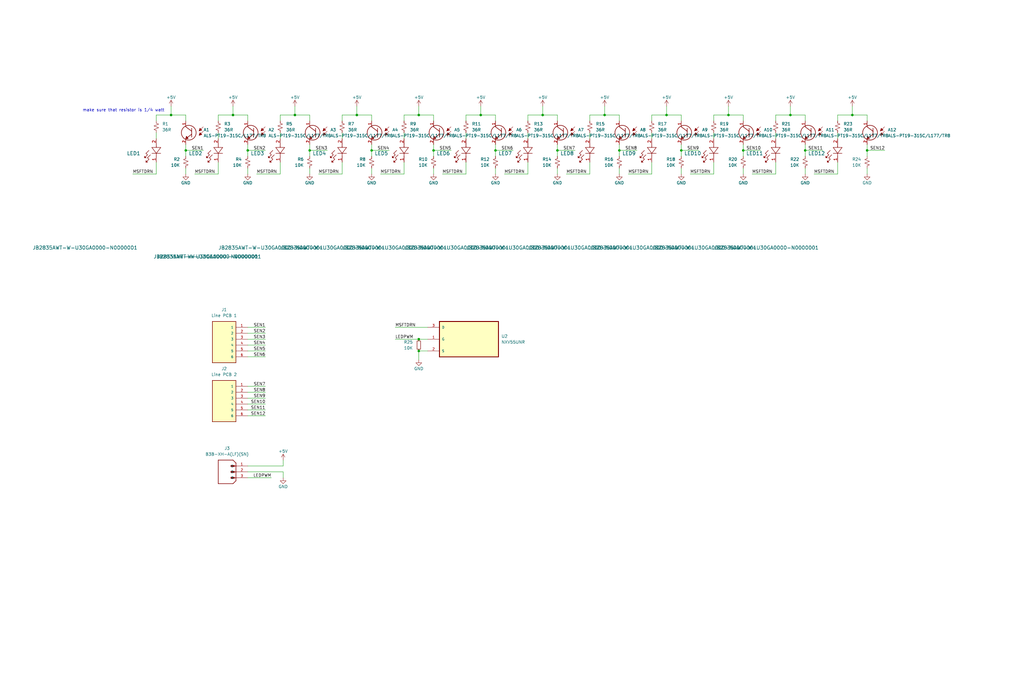
<source format=kicad_sch>
(kicad_sch (version 20211123) (generator eeschema)
  (paper "User" 440.944 294.919)
  (lib_symbols
    (symbol "ALS-PT19-315C_L177_TR8:ALS-PT19-315C{slash}L177{slash}TR8" (pin_names (offset 1.016))
      (property "Reference" "A" (at -10.1556 5.0822 0))
      (property "Value" "ALS-PT19-315C{slash}L177{slash}TR8" (at -10.1508 -7.62 0))
      (symbol "ALS-PT19-315C{slash}L177{slash}TR8_0_0"
        (polyline (pts (xy -4.953 0.635) (xy -3.175 -1.143)) (stroke (width 0.1524)))
        (polyline (pts (xy -4.953 2.54) (xy -3.175 0.762)) (stroke (width 0.1524)))
        (polyline (pts (xy -4.318 -0.762) (xy -3.556 0)) (stroke (width 0.1524)))
        (polyline (pts (xy -4.318 1.143) (xy -3.556 1.905)) (stroke (width 0.1524)))
        (polyline (pts (xy -3.556 0) (xy -3.175 -1.143)) (stroke (width 0.1524)))
        (polyline (pts (xy -3.556 1.905) (xy -3.175 0.762)) (stroke (width 0.1524)))
        (polyline (pts (xy -3.175 -1.143) (xy -4.318 -0.762)) (stroke (width 0.1524)))
        (polyline (pts (xy -3.175 0.762) (xy -4.318 1.143)) (stroke (width 0.1524)))
        (polyline (pts (xy 0 -0.635) (xy 0 -1.905)) (stroke (width 0.254)))
        (polyline (pts (xy 0 -0.635) (xy 2.54 -2.54)) (stroke (width 0.254)))
        (polyline (pts (xy 0 0.635) (xy 0 -0.635)) (stroke (width 0.254)))
        (polyline (pts (xy 0 0.635) (xy 2.54 2.54)) (stroke (width 0.254)))
        (polyline (pts (xy 0 1.905) (xy 0 0.635)) (stroke (width 0.254)))
        (polyline (pts (xy 2.286 -2.286) (xy 2.54 -2.54)) (stroke (width 0.1524)))
        (polyline (pts (xy -4.318 -0.762) (xy -3.175 -1.143) (xy -3.556 0) (xy -4.318 -0.762)) (stroke (width 0.1524)) (fill (type outline)))
        (polyline (pts (xy -4.318 1.143) (xy -3.175 0.762) (xy -3.556 1.905) (xy -4.318 1.143)) (stroke (width 0.1524)) (fill (type outline)))
        (polyline (pts (xy 2.54 -2.54) (xy 2.286 -1.524) (xy 1.524 -2.54) (xy 2.54 -2.54)) (stroke (width 0.254)) (fill (type outline)))
        (circle (center 1.27 0) (radius 3.175) (stroke (width 0.254)))
        (pin passive line (at 2.54 5.08 270) (length 2.54) (name "~") (number "1"))
        (pin passive line (at 2.54 -5.08 90) (length 2.54) (name "~") (number "2"))
      )
    )
    (symbol "B3B-XH-A_LF__SN_:B3B-XH-A(LF)(SN)" (pin_names (offset 1.016))
      (property "Reference" "J" (at 0 6.35 0))
      (property "Value" "B3B-XH-A(LF)(SN)" (at 0 -7.62 0))
      (symbol "B3B-XH-A(LF)(SN)_0_0"
        (polyline (pts (xy 0 -3.81) (xy 1.27 -5.08)) (stroke (width 0.254)))
        (polyline (pts (xy 0 -2.54) (xy 1.905 -2.54)) (stroke (width 0.254)))
        (polyline (pts (xy 0 0) (xy 1.905 0)) (stroke (width 0.254)))
        (polyline (pts (xy 0 2.54) (xy 0 -3.81)) (stroke (width 0.254)))
        (polyline (pts (xy 0 2.54) (xy 1.905 2.54)) (stroke (width 0.254)))
        (polyline (pts (xy 0 3.81) (xy 0 2.54)) (stroke (width 0.254)))
        (polyline (pts (xy 0 3.81) (xy 1.27 5.08)) (stroke (width 0.254)))
        (polyline (pts (xy 1.27 -5.08) (xy 7.62 -5.08)) (stroke (width 0.254)))
        (polyline (pts (xy 7.62 -5.08) (xy 7.62 5.08)) (stroke (width 0.254)))
        (polyline (pts (xy 7.62 5.08) (xy 1.27 5.08)) (stroke (width 0.254)))
        (rectangle (start 0.635 -2.8575) (end 2.2225 -2.2225) (stroke (width 0.1)) (fill (type outline)))
        (rectangle (start 0.635 -0.3175) (end 2.2225 0.3175) (stroke (width 0.1)) (fill (type outline)))
        (rectangle (start 0.635 2.2225) (end 2.2225 2.8575) (stroke (width 0.1)) (fill (type outline)))
        (pin passive line (at -5.08 2.54 0) (length 5.08) (name "1") (number "1"))
        (pin passive line (at -5.08 0 0) (length 5.08) (name "2") (number "2"))
        (pin passive line (at -5.08 -2.54 0) (length 5.08) (name "3") (number "3"))
      )
    )
    (symbol "Box IDC header 2x3:2-1761679-1" (pin_names (offset 1.016))
      (property "Reference" "J" (at -5.58 10.16 0))
      (property "Value" "2-1761679-1" (at -5.08 -10.16 0))
      (symbol "2-1761679-1_0_0"
        (rectangle (start -5.08 -7.62) (end 5.08 10.16) (stroke (width 0.254)) (fill (type background)))
        (pin passive line (at -10.16 7.62 0) (length 5.08) (name "1") (number "1"))
        (pin passive line (at -10.16 5.08 0) (length 5.08) (name "2") (number "2"))
        (pin passive line (at -10.16 2.54 0) (length 5.08) (name "3") (number "3"))
        (pin passive line (at -10.16 0 0) (length 5.08) (name "4") (number "4"))
        (pin passive line (at -10.16 -2.54 0) (length 5.08) (name "5") (number "5"))
        (pin passive line (at -10.16 -5.08 0) (length 5.08) (name "6") (number "6"))
      )
    )
    (symbol "Device:R_Small" (pin_numbers hide) (pin_names (offset 0.254) hide)
      (property "Reference" "R" (at 0.762 0.508 0))
      (property "Value" "R_Small" (at 0.762 -1.016 0))
      (symbol "R_Small_0_1"
        (rectangle (start -0.762 1.778) (end 0.762 -1.778) (stroke (width 0.2032)))
      )
      (symbol "R_Small_1_1"
        (pin passive line (at 0 2.54 270) (length 0.762) (name "~") (number "1"))
        (pin passive line (at 0 -2.54 90) (length 0.762) (name "~") (number "2"))
      )
    )
    (symbol "Device:R_Small_US" (pin_numbers hide) (pin_names (offset 0.254) hide)
      (property "Reference" "R" (at 0.762 0.508 0))
      (property "Value" "R_Small_US" (at 0.762 -1.016 0))
      (symbol "R_Small_US_1_1"
        (polyline (pts (xy 0 0) (xy 1.016 -0.381) (xy 0 -0.762) (xy -1.016 -1.143) (xy 0 -1.524)))
        (polyline (pts (xy 0 1.524) (xy 1.016 1.143) (xy 0 0.762) (xy -1.016 0.381) (xy 0 0)))
        (pin passive line (at 0 2.54 270) (length 1.016) (name "~") (number "1"))
        (pin passive line (at 0 -2.54 90) (length 1.016) (name "~") (number "2"))
      )
    )
    (symbol "JB2835AWT-W-U30GA0000-N0000001:JB2835AWT-W-U30GA0000-N0000001" (pin_names (offset 0.254))
      (property "Reference" "LED" (at 5.08 -4.445 0))
      (property "Value" "JB2835AWT-W-U30GA0000-N0000001" (at 5.08 -7.62 0))
      (symbol "JB2835AWT-W-U30GA0000-N0000001_1_1"
        (polyline (pts (xy 2.54 0) (xy 3.4798 0)) (stroke (width 0.2032)))
        (polyline (pts (xy 3.175 0) (xy 3.81 0)) (stroke (width 0.2032)))
        (polyline (pts (xy 3.81 -1.905) (xy 6.35 0)) (stroke (width 0.2032)))
        (polyline (pts (xy 3.81 1.905) (xy 3.81 -1.905)) (stroke (width 0.2032)))
        (polyline (pts (xy 5.08 3.175) (xy 6.35 4.445)) (stroke (width 0.2032)))
        (polyline (pts (xy 6.35 -1.905) (xy 6.35 1.905)) (stroke (width 0.2032)))
        (polyline (pts (xy 6.35 0) (xy 3.81 1.905)) (stroke (width 0.2032)))
        (polyline (pts (xy 6.35 0) (xy 7.62 0)) (stroke (width 0.2032)))
        (polyline (pts (xy 6.35 4.445) (xy 6.985 3.81)) (stroke (width 0.2032)))
        (polyline (pts (xy 6.985 2.54) (xy 8.255 3.81)) (stroke (width 0.2032)))
        (polyline (pts (xy 6.985 3.81) (xy 8.255 5.08)) (stroke (width 0.2032)))
        (polyline (pts (xy 7.62 5.08) (xy 8.255 4.445)) (stroke (width 0.2032)))
        (polyline (pts (xy 8.255 3.81) (xy 8.89 3.175)) (stroke (width 0.2032)))
        (polyline (pts (xy 8.255 4.445) (xy 8.255 5.08)) (stroke (width 0.2032)))
        (polyline (pts (xy 8.255 5.08) (xy 7.62 5.08)) (stroke (width 0.2032)))
        (polyline (pts (xy 8.89 3.175) (xy 10.16 4.445)) (stroke (width 0.2032)))
        (polyline (pts (xy 9.525 4.445) (xy 10.16 3.81)) (stroke (width 0.2032)))
        (polyline (pts (xy 10.16 3.81) (xy 10.16 4.445)) (stroke (width 0.2032)))
        (polyline (pts (xy 10.16 4.445) (xy 9.525 4.445)) (stroke (width 0.2032)))
        (pin unspecified line (at 10.16 0 180) (length 2.54) (name "") (number "1"))
        (pin unspecified line (at 0 0 0) (length 2.54) (name "") (number "2"))
      )
      (symbol "JB2835AWT-W-U30GA0000-N0000001_1_2"
        (polyline (pts (xy -5.08 7.62) (xy -4.445 8.255)) (stroke (width 0.2032)))
        (polyline (pts (xy -5.08 8.255) (xy -5.08 7.62)) (stroke (width 0.2032)))
        (polyline (pts (xy -4.445 6.35) (xy -3.81 6.985)) (stroke (width 0.2032)))
        (polyline (pts (xy -4.445 8.255) (xy -5.08 8.255)) (stroke (width 0.2032)))
        (polyline (pts (xy -4.445 9.525) (xy -3.81 10.16)) (stroke (width 0.2032)))
        (polyline (pts (xy -4.445 10.16) (xy -4.445 9.525)) (stroke (width 0.2032)))
        (polyline (pts (xy -3.81 6.985) (xy -5.08 8.255)) (stroke (width 0.2032)))
        (polyline (pts (xy -3.81 8.255) (xy -3.175 8.89)) (stroke (width 0.2032)))
        (polyline (pts (xy -3.81 10.16) (xy -4.445 10.16)) (stroke (width 0.2032)))
        (polyline (pts (xy -3.175 5.08) (xy -4.445 6.35)) (stroke (width 0.2032)))
        (polyline (pts (xy -3.175 8.89) (xy -4.445 10.16)) (stroke (width 0.2032)))
        (polyline (pts (xy -2.54 6.985) (xy -3.81 8.255)) (stroke (width 0.2032)))
        (polyline (pts (xy -1.905 3.81) (xy 1.905 3.81)) (stroke (width 0.2032)))
        (polyline (pts (xy 0 2.54) (xy 0 3.4798)) (stroke (width 0.2032)))
        (polyline (pts (xy 0 3.175) (xy 0 3.81)) (stroke (width 0.2032)))
        (polyline (pts (xy 0 6.35) (xy -1.905 3.81)) (stroke (width 0.2032)))
        (polyline (pts (xy 0 6.35) (xy 0 7.62)) (stroke (width 0.2032)))
        (polyline (pts (xy 1.905 3.81) (xy 0 6.35)) (stroke (width 0.2032)))
        (polyline (pts (xy 1.905 6.35) (xy -1.905 6.35)) (stroke (width 0.2032)))
        (pin unspecified line (at 0 10.16 270) (length 2.54) (name "") (number "1"))
        (pin unspecified line (at 0 0 90) (length 2.54) (name "") (number "2"))
      )
    )
    (symbol "NXV55UNR:NXV55UNR" (pin_names (offset 1.016))
      (property "Reference" "U" (at -12.7 8.62 0))
      (property "Value" "NXV55UNR" (at -12.7 -11.62 0))
      (symbol "NXV55UNR_0_0"
        (rectangle (start -12.7 -7.62) (end 12.7 7.62) (stroke (width 0.41)) (fill (type background)))
        (pin bidirectional line (at -17.78 0 0) (length 5.08) (name "G") (number "1"))
        (pin bidirectional line (at -17.78 -5.08 0) (length 5.08) (name "S") (number "2"))
        (pin bidirectional line (at -17.78 5.08 0) (length 5.08) (name "D") (number "3"))
      )
    )
    (symbol "power:+5V" (power) (pin_names (offset 0))
      (property "Value" "+5V" (at 0 3.556 0))
      (symbol "+5V_0_1"
        (polyline (pts (xy -0.762 1.27) (xy 0 2.54)))
        (polyline (pts (xy 0 0) (xy 0 2.54)))
        (polyline (pts (xy 0 2.54) (xy 0.762 1.27)))
      )
      (symbol "+5V_1_1"
        (pin power_in line (at 0 0 90) (length 0) hide (name "+5V") (number "1"))
      )
    )
    (symbol "power:GND" (power) (pin_names (offset 0))
      (property "Value" "GND" (at 0 -3.81 0))
      (symbol "GND_0_1"
        (polyline (pts (xy 0 0) (xy 0 -1.27) (xy 1.27 -1.27) (xy 0 -2.54) (xy -1.27 -1.27) (xy 0 -1.27)))
      )
      (symbol "GND_1_1"
        (pin power_in line (at 0 0 270) (length 0) hide (name "GND") (number "1"))
      )
    )
  )
  (junction (at 106.68 64.77))
  (junction (at 313.69 49.53))
  (junction (at 127 49.53))
  (junction (at 160.02 64.77))
  (junction (at 73.66 49.53))
  (junction (at 80.01 64.77))
  (junction (at 373.38 64.77))
  (junction (at 180.34 49.53))
  (junction (at 207.01 49.53))
  (junction (at 180.34 151.13))
  (junction (at 213.36 64.77))
  (junction (at 133.35 64.77))
  (junction (at 266.7 64.77))
  (junction (at 346.71 64.77))
  (junction (at 260.35 49.53))
  (junction (at 233.68 49.53))
  (junction (at 287.02 49.53))
  (junction (at 100.33 49.53))
  (junction (at 320.04 64.77))
  (junction (at 180.34 146.05))
  (junction (at 293.37 64.77))
  (junction (at 186.69 64.77))
  (junction (at 367.03 49.53))
  (junction (at 240.03 64.77))
  (junction (at 153.67 49.53))
  (junction (at 340.36 49.53))
  (wire (pts (xy 373.38 64.77) (xy 373.38 67.31)))
  (wire (pts (xy 243.84 74.93) (xy 254 74.93)))
  (wire (pts (xy 240.03 52.07) (xy 240.03 49.53)))
  (wire (pts (xy 114.3 153.67) (xy 106.68 153.67)))
  (wire (pts (xy 121.92 198.12) (xy 121.92 200.66)))
  (wire (pts (xy 254 57.15) (xy 254 59.69)))
  (wire (pts (xy 293.37 64.77) (xy 300.99 64.77)))
  (wire (pts (xy 373.38 72.39) (xy 373.38 74.93)))
  (wire (pts (xy 180.34 146.05) (xy 184.15 146.05)))
  (wire (pts (xy 307.34 49.53) (xy 307.34 52.07)))
  (wire (pts (xy 293.37 62.23) (xy 293.37 64.77)))
  (wire (pts (xy 114.3 146.05) (xy 106.68 146.05)))
  (wire (pts (xy 334.01 69.85) (xy 334.01 74.93)))
  (wire (pts (xy 240.03 64.77) (xy 247.65 64.77)))
  (wire (pts (xy 213.36 52.07) (xy 213.36 49.53)))
  (wire (pts (xy 200.66 69.85) (xy 200.66 74.93)))
  (wire (pts (xy 280.67 57.15) (xy 280.67 59.69)))
  (wire (pts (xy 106.68 72.39) (xy 106.68 74.93)))
  (wire (pts (xy 346.71 72.39) (xy 346.71 74.93)))
  (wire (pts (xy 340.36 45.72) (xy 340.36 49.53)))
  (wire (pts (xy 80.01 52.07) (xy 80.01 49.53)))
  (wire (pts (xy 346.71 62.23) (xy 346.71 64.77)))
  (wire (pts (xy 133.35 49.53) (xy 127 49.53)))
  (wire (pts (xy 287.02 49.53) (xy 280.67 49.53)))
  (wire (pts (xy 147.32 49.53) (xy 147.32 52.07)))
  (wire (pts (xy 173.99 49.53) (xy 173.99 52.07)))
  (wire (pts (xy 270.51 74.93) (xy 280.67 74.93)))
  (wire (pts (xy 121.92 203.2) (xy 121.92 205.74)))
  (wire (pts (xy 213.36 64.77) (xy 213.36 67.31)))
  (wire (pts (xy 240.03 64.77) (xy 240.03 67.31)))
  (wire (pts (xy 110.49 74.93) (xy 120.65 74.93)))
  (wire (pts (xy 80.01 62.23) (xy 80.01 64.77)))
  (wire (pts (xy 67.31 49.53) (xy 67.31 52.07)))
  (wire (pts (xy 313.69 45.72) (xy 313.69 49.53)))
  (wire (pts (xy 213.36 49.53) (xy 207.01 49.53)))
  (wire (pts (xy 80.01 64.77) (xy 87.63 64.77)))
  (wire (pts (xy 293.37 72.39) (xy 293.37 74.93)))
  (wire (pts (xy 133.35 72.39) (xy 133.35 74.93)))
  (wire (pts (xy 266.7 64.77) (xy 266.7 67.31)))
  (wire (pts (xy 114.3 151.13) (xy 106.68 151.13)))
  (wire (pts (xy 120.65 49.53) (xy 120.65 52.07)))
  (wire (pts (xy 73.66 49.53) (xy 67.31 49.53)))
  (wire (pts (xy 207.01 45.72) (xy 207.01 49.53)))
  (wire (pts (xy 133.35 62.23) (xy 133.35 64.77)))
  (wire (pts (xy 260.35 49.53) (xy 254 49.53)))
  (wire (pts (xy 340.36 49.53) (xy 334.01 49.53)))
  (wire (pts (xy 180.34 45.72) (xy 180.34 49.53)))
  (wire (pts (xy 186.69 52.07) (xy 186.69 49.53)))
  (wire (pts (xy 373.38 52.07) (xy 373.38 49.53)))
  (wire (pts (xy 373.38 64.77) (xy 381 64.77)))
  (wire (pts (xy 260.35 45.72) (xy 260.35 49.53)))
  (wire (pts (xy 227.33 49.53) (xy 227.33 52.07)))
  (wire (pts (xy 114.3 179.07) (xy 106.68 179.07)))
  (wire (pts (xy 80.01 72.39) (xy 80.01 74.93)))
  (wire (pts (xy 160.02 49.53) (xy 153.67 49.53)))
  (wire (pts (xy 153.67 49.53) (xy 147.32 49.53)))
  (wire (pts (xy 313.69 49.53) (xy 307.34 49.53)))
  (wire (pts (xy 360.68 57.15) (xy 360.68 59.69)))
  (wire (pts (xy 106.68 49.53) (xy 100.33 49.53)))
  (wire (pts (xy 213.36 64.77) (xy 220.98 64.77)))
  (wire (pts (xy 323.85 74.93) (xy 334.01 74.93)))
  (wire (pts (xy 186.69 72.39) (xy 186.69 74.93)))
  (wire (pts (xy 106.68 52.07) (xy 106.68 49.53)))
  (wire (pts (xy 120.65 69.85) (xy 120.65 74.93)))
  (wire (pts (xy 213.36 62.23) (xy 213.36 64.77)))
  (wire (pts (xy 173.99 57.15) (xy 173.99 59.69)))
  (wire (pts (xy 186.69 62.23) (xy 186.69 64.77)))
  (wire (pts (xy 127 45.72) (xy 127 49.53)))
  (wire (pts (xy 114.3 140.97) (xy 106.68 140.97)))
  (wire (pts (xy 163.83 74.93) (xy 173.99 74.93)))
  (wire (pts (xy 320.04 64.77) (xy 327.66 64.77)))
  (wire (pts (xy 320.04 64.77) (xy 320.04 67.31)))
  (wire (pts (xy 180.34 151.13) (xy 180.34 154.94)))
  (wire (pts (xy 217.17 74.93) (xy 227.33 74.93)))
  (wire (pts (xy 280.67 69.85) (xy 280.67 74.93)))
  (wire (pts (xy 137.16 74.93) (xy 147.32 74.93)))
  (wire (pts (xy 170.18 146.05) (xy 180.34 146.05)))
  (wire (pts (xy 240.03 62.23) (xy 240.03 64.77)))
  (wire (pts (xy 346.71 52.07) (xy 346.71 49.53)))
  (wire (pts (xy 346.71 64.77) (xy 346.71 67.31)))
  (wire (pts (xy 293.37 52.07) (xy 293.37 49.53)))
  (wire (pts (xy 106.68 64.77) (xy 106.68 67.31)))
  (wire (pts (xy 200.66 49.53) (xy 200.66 52.07)))
  (wire (pts (xy 240.03 49.53) (xy 233.68 49.53)))
  (wire (pts (xy 280.67 49.53) (xy 280.67 52.07)))
  (wire (pts (xy 114.3 166.37) (xy 106.68 166.37)))
  (wire (pts (xy 186.69 49.53) (xy 180.34 49.53)))
  (wire (pts (xy 133.35 64.77) (xy 133.35 67.31)))
  (wire (pts (xy 254 49.53) (xy 254 52.07)))
  (wire (pts (xy 200.66 57.15) (xy 200.66 59.69)))
  (wire (pts (xy 334.01 57.15) (xy 334.01 59.69)))
  (wire (pts (xy 83.82 74.93) (xy 93.98 74.93)))
  (wire (pts (xy 67.31 69.85) (xy 67.31 74.93)))
  (wire (pts (xy 190.5 74.93) (xy 200.66 74.93)))
  (wire (pts (xy 367.03 45.72) (xy 367.03 49.53)))
  (wire (pts (xy 334.01 49.53) (xy 334.01 52.07)))
  (wire (pts (xy 100.33 49.53) (xy 93.98 49.53)))
  (wire (pts (xy 367.03 49.53) (xy 360.68 49.53)))
  (wire (pts (xy 120.65 57.15) (xy 120.65 59.69)))
  (wire (pts (xy 180.34 49.53) (xy 173.99 49.53)))
  (wire (pts (xy 93.98 69.85) (xy 93.98 74.93)))
  (wire (pts (xy 67.31 57.15) (xy 67.31 59.69)))
  (wire (pts (xy 100.33 45.72) (xy 100.33 49.53)))
  (wire (pts (xy 57.15 74.93) (xy 67.31 74.93)))
  (wire (pts (xy 233.68 45.72) (xy 233.68 49.53)))
  (wire (pts (xy 133.35 52.07) (xy 133.35 49.53)))
  (wire (pts (xy 240.03 72.39) (xy 240.03 74.93)))
  (wire (pts (xy 114.3 168.91) (xy 106.68 168.91)))
  (wire (pts (xy 186.69 64.77) (xy 194.31 64.77)))
  (wire (pts (xy 227.33 57.15) (xy 227.33 59.69)))
  (wire (pts (xy 80.01 64.77) (xy 80.01 67.31)))
  (wire (pts (xy 227.33 69.85) (xy 227.33 74.93)))
  (wire (pts (xy 160.02 64.77) (xy 167.64 64.77)))
  (wire (pts (xy 114.3 171.45) (xy 106.68 171.45)))
  (wire (pts (xy 106.68 205.74) (xy 116.84 205.74)))
  (wire (pts (xy 320.04 52.07) (xy 320.04 49.53)))
  (wire (pts (xy 266.7 52.07) (xy 266.7 49.53)))
  (wire (pts (xy 80.01 49.53) (xy 73.66 49.53)))
  (wire (pts (xy 266.7 49.53) (xy 260.35 49.53)))
  (wire (pts (xy 293.37 49.53) (xy 287.02 49.53)))
  (wire (pts (xy 173.99 69.85) (xy 173.99 74.93)))
  (wire (pts (xy 320.04 72.39) (xy 320.04 74.93)))
  (wire (pts (xy 106.68 62.23) (xy 106.68 64.77)))
  (wire (pts (xy 307.34 69.85) (xy 307.34 74.93)))
  (wire (pts (xy 320.04 62.23) (xy 320.04 64.77)))
  (wire (pts (xy 114.3 148.59) (xy 106.68 148.59)))
  (wire (pts (xy 307.34 57.15) (xy 307.34 59.69)))
  (wire (pts (xy 266.7 72.39) (xy 266.7 74.93)))
  (wire (pts (xy 373.38 62.23) (xy 373.38 64.77)))
  (wire (pts (xy 106.68 200.66) (xy 121.92 200.66)))
  (wire (pts (xy 266.7 64.77) (xy 274.32 64.77)))
  (wire (pts (xy 346.71 49.53) (xy 340.36 49.53)))
  (wire (pts (xy 147.32 57.15) (xy 147.32 59.69)))
  (wire (pts (xy 114.3 173.99) (xy 106.68 173.99)))
  (wire (pts (xy 93.98 49.53) (xy 93.98 52.07)))
  (wire (pts (xy 160.02 62.23) (xy 160.02 64.77)))
  (wire (pts (xy 254 69.85) (xy 254 74.93)))
  (wire (pts (xy 320.04 49.53) (xy 313.69 49.53)))
  (wire (pts (xy 297.18 74.93) (xy 307.34 74.93)))
  (wire (pts (xy 93.98 57.15) (xy 93.98 59.69)))
  (wire (pts (xy 373.38 49.53) (xy 367.03 49.53)))
  (wire (pts (xy 106.68 203.2) (xy 121.92 203.2)))
  (wire (pts (xy 213.36 72.39) (xy 213.36 74.93)))
  (wire (pts (xy 180.34 151.13) (xy 184.15 151.13)))
  (wire (pts (xy 346.71 64.77) (xy 354.33 64.77)))
  (wire (pts (xy 350.52 74.93) (xy 360.68 74.93)))
  (wire (pts (xy 106.68 64.77) (xy 114.3 64.77)))
  (wire (pts (xy 160.02 64.77) (xy 160.02 67.31)))
  (wire (pts (xy 73.66 45.72) (xy 73.66 49.53)))
  (wire (pts (xy 153.67 45.72) (xy 153.67 49.53)))
  (wire (pts (xy 160.02 52.07) (xy 160.02 49.53)))
  (wire (pts (xy 293.37 64.77) (xy 293.37 67.31)))
  (wire (pts (xy 266.7 62.23) (xy 266.7 64.77)))
  (wire (pts (xy 147.32 69.85) (xy 147.32 74.93)))
  (wire (pts (xy 186.69 64.77) (xy 186.69 67.31)))
  (wire (pts (xy 160.02 72.39) (xy 160.02 74.93)))
  (wire (pts (xy 127 49.53) (xy 120.65 49.53)))
  (wire (pts (xy 184.15 140.97) (xy 170.18 140.97)))
  (wire (pts (xy 133.35 64.77) (xy 140.97 64.77)))
  (wire (pts (xy 207.01 49.53) (xy 200.66 49.53)))
  (wire (pts (xy 360.68 49.53) (xy 360.68 52.07)))
  (wire (pts (xy 114.3 143.51) (xy 106.68 143.51)))
  (wire (pts (xy 233.68 49.53) (xy 227.33 49.53)))
  (wire (pts (xy 360.68 69.85) (xy 360.68 74.93)))
  (wire (pts (xy 287.02 45.72) (xy 287.02 49.53)))
  (wire (pts (xy 114.3 176.53) (xy 106.68 176.53)))
  (text "make sure that resistor is 1/4 watt" (at 35.56 48.26 0) (effects (font (size 1.27 1.27)) (justify left bottom)))
  (label "MSFTDRN" (at 83.82 74.93 0))
  (label "MSFTDRN" (at 243.84 74.93 0))
  (label "SEN4" (at 167.64 64.77 180))
  (label "LEDPWM" (at 116.84 205.74 180))
  (label "MSFTDRN" (at 323.85 74.93 0))
  (label "SEN2" (at 114.3 143.51 180))
  (label "MSFTDRN" (at 163.83 74.93 0))
  (label "SEN6" (at 220.98 64.77 180))
  (label "SEN2" (at 114.3 64.77 180))
  (label "SEN3" (at 140.97 64.77 180))
  (label "MSFTDRN" (at 270.51 74.93 0))
  (label "LEDPWM" (at 170.18 146.05 0))
  (label "SEN10" (at 327.66 64.77 180))
  (label "MSFTDRN" (at 297.18 74.93 0))
  (label "MSFTDRN" (at 57.15 74.93 0))
  (label "SEN5" (at 114.3 151.13 180))
  (label "SEN11" (at 114.3 176.53 180))
  (label "SEN8" (at 114.3 168.91 180))
  (label "MSFTDRN" (at 137.16 74.93 0))
  (label "SEN10" (at 114.3 173.99 180))
  (label "SEN11" (at 354.33 64.77 180))
  (label "MSFTDRN" (at 110.49 74.93 0))
  (label "SEN9" (at 300.99 64.77 180))
  (label "SEN7" (at 114.3 166.37 180))
  (label "SEN4" (at 114.3 148.59 180))
  (label "SEN1" (at 87.63 64.77 180))
  (label "SEN5" (at 194.31 64.77 180))
  (label "SEN8" (at 274.32 64.77 180))
  (label "SEN12" (at 381 64.77 180))
  (label "MSFTDRN" (at 217.17 74.93 0))
  (label "MSFTDRN" (at 190.5 74.93 0))
  (label "SEN12" (at 114.3 179.07 180))
  (label "SEN1" (at 114.3 140.97 180))
  (label "SEN3" (at 114.3 146.05 180))
  (label "MSFTDRN" (at 170.18 140.97 0))
  (label "SEN7" (at 247.65 64.77 180))
  (label "SEN9" (at 114.3 171.45 180))
  (label "MSFTDRN" (at 350.52 74.93 0))
  (label "SEN6" (at 114.3 153.67 180))
  (symbol (lib_id "NXV55UNR:NXV55UNR") (at 201.93 146.05 0) (unit 1)
    (property "Reference" "U2" (at 215.9 144.7799 0) (effects (justify left)))
    (property "Value" "NXV55UNR" (at 215.9 147.3199 0) (effects (justify left)))
    (property "Footprint" "NXV55UNR:TRANS_BC846B,215" (effects hide))
    (property "Manufacturer" "Nexperia USA Inc." (effects hide))
    (property "Package" "TRANS_BC846B,215" (effects hide))
  )
  (symbol (lib_id "Device:R_Small_US") (at 120.65 54.61 0) (unit 1)
    (property "Reference" "R5" (at 123.19 53.3399 0) (effects (justify left)))
    (property "Value" "36R" (at 123.19 55.8799 0) (effects (justify left)))
    (property "Footprint" "Resistor_SMD:R_0805_2012Metric" (effects hide))
  )
  (symbol (lib_id "Device:R_Small_US") (at 213.36 69.85 0) (mirror x) (unit 1)
    (property "Reference" "R12" (at 210.82 68.5799 0) (effects (justify right)))
    (property "Value" "10K" (at 210.82 71.1199 0) (effects (justify right)))
    (property "Footprint" "Resistor_SMD:R_0805_2012Metric" (effects hide))
  )
  (symbol (lib_id "power:GND") (at 180.34 154.94 0) (unit 1)
    (property "Reference" "#PWR033" (effects hide))
    (property "Value" "GND" (at 180.34 158.75 0))
  )
  (symbol (lib_id "Device:R_Small_US") (at 293.37 69.85 0) (mirror x) (unit 1)
    (property "Reference" "R18" (at 290.83 68.5799 0) (effects (justify right)))
    (property "Value" "10K" (at 290.83 71.1199 0) (effects (justify right)))
    (property "Footprint" "Resistor_SMD:R_0805_2012Metric" (effects hide))
  )
  (symbol (lib_id "Device:R_Small_US") (at 93.98 54.61 0) (unit 1)
    (property "Reference" "R3" (at 96.52 53.3399 0) (effects (justify left)))
    (property "Value" "36R" (at 96.52 55.8799 0) (effects (justify left)))
    (property "Footprint" "Resistor_SMD:R_0805_2012Metric" (effects hide))
  )
  (symbol (lib_id "JB2835AWT-W-U30GA0000-N0000001:JB2835AWT-W-U30GA0000-N0000001") (at 67.31 59.69 90) (mirror x) (unit 1)
    (property "Reference" "LED1" (at 54.61 66.04 90) (effects (font (size 1.524 1.524)) (justify right)))
    (property "Value" "JB2835AWT-W-U30GA0000-N0000001" (at 13.97 106.68 90) (effects (font (size 1.524 1.524)) (justify right)))
    (property "Footprint" "LED_J2835_CRW" (effects hide))
    (property "Datasheet" "JB2835AWT-W-U30GA0000-N0000001" (effects hide))
  )
  (symbol (lib_id "ALS-PT19-315C_L177_TR8:ALS-PT19-315C{slash}L177{slash}TR8") (at 82.55 57.15 0) (mirror y) (unit 1)
    (property "Reference" "A1" (at 87.63 55.8799 0) (effects (justify right)))
    (property "Value" "ALS-PT19-315C/L177/TR8" (at 87.63 58.4199 0) (effects (justify right)))
    (property "Footprint" "XDCR_ALS-PT19-315C/L177/TR8" (effects hide))
    (property "MAXIMUM_PACKAGE_HEIGHT" "0.7 mm" (effects hide))
    (property "STANDARD" "Manufacturer Recommendations" (effects hide))
    (property "PARTREV" "5" (effects hide))
    (property "MANUFACTURER" "Everlight" (effects hide))
  )
  (symbol (lib_id "Device:R_Small_US") (at 307.34 54.61 0) (unit 1)
    (property "Reference" "R19" (at 309.88 53.3399 0) (effects (justify left)))
    (property "Value" "36R" (at 309.88 55.8799 0) (effects (justify left)))
    (property "Footprint" "Resistor_SMD:R_0805_2012Metric" (effects hide))
  )
  (symbol (lib_id "JB2835AWT-W-U30GA0000-N0000001:JB2835AWT-W-U30GA0000-N0000001") (at 307.34 59.69 90) (mirror x) (unit 1)
    (property "Reference" "LED10" (at 294.64 66.04 90) (effects (font (size 1.524 1.524)) (justify right)))
    (property "Value" "JB2835AWT-W-U30GA0000-N0000001" (at 254 106.68 90) (effects (font (size 1.524 1.524)) (justify right)))
    (property "Footprint" "LED_J2835_CRW" (effects hide))
    (property "Datasheet" "JB2835AWT-W-U30GA0000-N0000001" (effects hide))
  )
  (symbol (lib_id "ALS-PT19-315C_L177_TR8:ALS-PT19-315C{slash}L177{slash}TR8") (at 109.22 57.15 0) (mirror y) (unit 1)
    (property "Reference" "A2" (at 115.57 55.8799 0) (effects (justify right)))
    (property "Value" "ALS-PT19-315C/L177/TR8" (at 115.57 58.4199 0) (effects (justify right)))
    (property "Footprint" "XDCR_ALS-PT19-315C/L177/TR8" (effects hide))
    (property "MAXIMUM_PACKAGE_HEIGHT" "0.7 mm" (effects hide))
    (property "STANDARD" "Manufacturer Recommendations" (effects hide))
    (property "PARTREV" "5" (effects hide))
    (property "MANUFACTURER" "Everlight" (effects hide))
  )
  (symbol (lib_id "power:GND") (at 373.38 74.93 0) (unit 1)
    (property "Reference" "#PWR032" (effects hide))
    (property "Value" "GND" (at 373.38 78.74 0))
  )
  (symbol (lib_id "Device:R_Small_US") (at 266.7 69.85 0) (mirror x) (unit 1)
    (property "Reference" "R16" (at 264.16 68.5799 0) (effects (justify right)))
    (property "Value" "10K" (at 264.16 71.1199 0) (effects (justify right)))
    (property "Footprint" "Resistor_SMD:R_0805_2012Metric" (effects hide))
  )
  (symbol (lib_id "power:GND") (at 160.02 74.93 0) (unit 1)
    (property "Reference" "#PWR08" (effects hide))
    (property "Value" "GND" (at 160.02 78.74 0))
  )
  (symbol (lib_id "Device:R_Small_US") (at 346.71 69.85 0) (mirror x) (unit 1)
    (property "Reference" "R22" (at 344.17 68.5799 0) (effects (justify right)))
    (property "Value" "10K" (at 344.17 71.1199 0) (effects (justify right)))
    (property "Footprint" "Resistor_SMD:R_0805_2012Metric" (effects hide))
  )
  (symbol (lib_id "JB2835AWT-W-U30GA0000-N0000001:JB2835AWT-W-U30GA0000-N0000001") (at 334.01 59.69 90) (mirror x) (unit 1)
    (property "Reference" "LED11" (at 321.31 66.04 90) (effects (font (size 1.524 1.524)) (justify right)))
    (property "Value" "JB2835AWT-W-U30GA0000-N0000001" (at 280.67 106.68 90) (effects (font (size 1.524 1.524)) (justify right)))
    (property "Footprint" "LED_J2835_CRW" (effects hide))
    (property "Datasheet" "JB2835AWT-W-U30GA0000-N0000001" (effects hide))
  )
  (symbol (lib_id "JB2835AWT-W-U30GA0000-N0000001:JB2835AWT-W-U30GA0000-N0000001") (at 200.66 59.69 90) (mirror x) (unit 1)
    (property "Reference" "LED6" (at 187.96 66.04 90) (effects (font (size 1.524 1.524)) (justify right)))
    (property "Value" "JB2835AWT-W-U30GA0000-N0000001" (at 147.32 106.68 90) (effects (font (size 1.524 1.524)) (justify right)))
    (property "Footprint" "LED_J2835_CRW" (effects hide))
    (property "Datasheet" "JB2835AWT-W-U30GA0000-N0000001" (effects hide))
  )
  (symbol (lib_id "power:+5V") (at 207.01 45.72 0) (unit 1)
    (property "Reference" "#PWR0109" (effects hide))
    (property "Value" "+5V" (at 207.01 41.91 0))
  )
  (symbol (lib_id "Device:R_Small_US") (at 160.02 69.85 0) (mirror x) (unit 1)
    (property "Reference" "R8" (at 157.48 68.5799 0) (effects (justify right)))
    (property "Value" "10K" (at 157.48 71.1199 0) (effects (justify right)))
    (property "Footprint" "Resistor_SMD:R_0805_2012Metric" (effects hide))
  )
  (symbol (lib_id "ALS-PT19-315C_L177_TR8:ALS-PT19-315C{slash}L177{slash}TR8") (at 269.24 57.15 0) (mirror y) (unit 1)
    (property "Reference" "A8" (at 275.59 55.8799 0) (effects (justify right)))
    (property "Value" "ALS-PT19-315C/L177/TR8" (at 275.59 58.4199 0) (effects (justify right)))
    (property "Footprint" "XDCR_ALS-PT19-315C/L177/TR8" (effects hide))
    (property "MAXIMUM_PACKAGE_HEIGHT" "0.7 mm" (effects hide))
    (property "STANDARD" "Manufacturer Recommendations" (effects hide))
    (property "PARTREV" "5" (effects hide))
    (property "MANUFACTURER" "Everlight" (effects hide))
  )
  (symbol (lib_id "ALS-PT19-315C_L177_TR8:ALS-PT19-315C{slash}L177{slash}TR8") (at 242.57 57.15 0) (mirror y) (unit 1)
    (property "Reference" "A7" (at 248.92 55.8799 0) (effects (justify right)))
    (property "Value" "ALS-PT19-315C/L177/TR8" (at 248.92 58.4199 0) (effects (justify right)))
    (property "Footprint" "XDCR_ALS-PT19-315C/L177/TR8" (effects hide))
    (property "MAXIMUM_PACKAGE_HEIGHT" "0.7 mm" (effects hide))
    (property "STANDARD" "Manufacturer Recommendations" (effects hide))
    (property "PARTREV" "5" (effects hide))
    (property "MANUFACTURER" "Everlight" (effects hide))
  )
  (symbol (lib_id "ALS-PT19-315C_L177_TR8:ALS-PT19-315C{slash}L177{slash}TR8") (at 375.92 57.15 0) (mirror y) (unit 1)
    (property "Reference" "A12" (at 382.27 55.8799 0) (effects (justify right)))
    (property "Value" "ALS-PT19-315C/L177/TR8" (at 382.27 58.4199 0) (effects (justify right)))
    (property "Footprint" "XDCR_ALS-PT19-315C/L177/TR8" (effects hide))
    (property "MAXIMUM_PACKAGE_HEIGHT" "0.7 mm" (effects hide))
    (property "STANDARD" "Manufacturer Recommendations" (effects hide))
    (property "PARTREV" "5" (effects hide))
    (property "MANUFACTURER" "Everlight" (effects hide))
  )
  (symbol (lib_id "Device:R_Small_US") (at 173.99 54.61 0) (unit 1)
    (property "Reference" "R9" (at 176.53 53.3399 0) (effects (justify left)))
    (property "Value" "36R" (at 176.53 55.8799 0) (effects (justify left)))
    (property "Footprint" "Resistor_SMD:R_0805_2012Metric" (effects hide))
  )
  (symbol (lib_id "ALS-PT19-315C_L177_TR8:ALS-PT19-315C{slash}L177{slash}TR8") (at 322.58 57.15 0) (mirror y) (unit 1)
    (property "Reference" "A10" (at 328.93 55.8799 0) (effects (justify right)))
    (property "Value" "ALS-PT19-315C/L177/TR8" (at 328.93 58.4199 0) (effects (justify right)))
    (property "Footprint" "XDCR_ALS-PT19-315C/L177/TR8" (effects hide))
    (property "MAXIMUM_PACKAGE_HEIGHT" "0.7 mm" (effects hide))
    (property "STANDARD" "Manufacturer Recommendations" (effects hide))
    (property "PARTREV" "5" (effects hide))
    (property "MANUFACTURER" "Everlight" (effects hide))
  )
  (symbol (lib_id "JB2835AWT-W-U30GA0000-N0000001:JB2835AWT-W-U30GA0000-N0000001") (at 360.68 59.69 90) (mirror x) (unit 1)
    (property "Reference" "LED12" (at 347.98 66.04 90) (effects (font (size 1.524 1.524)) (justify right)))
    (property "Value" "JB2835AWT-W-U30GA0000-N0000001" (at 307.34 106.68 90) (effects (font (size 1.524 1.524)) (justify right)))
    (property "Footprint" "LED_J2835_CRW" (effects hide))
    (property "Datasheet" "JB2835AWT-W-U30GA0000-N0000001" (effects hide))
  )
  (symbol (lib_id "ALS-PT19-315C_L177_TR8:ALS-PT19-315C{slash}L177{slash}TR8") (at 295.91 57.15 0) (mirror y) (unit 1)
    (property "Reference" "A9" (at 302.26 55.8799 0) (effects (justify right)))
    (property "Value" "ALS-PT19-315C/L177/TR8" (at 302.26 58.4199 0) (effects (justify right)))
    (property "Footprint" "XDCR_ALS-PT19-315C/L177/TR8" (effects hide))
    (property "MAXIMUM_PACKAGE_HEIGHT" "0.7 mm" (effects hide))
    (property "STANDARD" "Manufacturer Recommendations" (effects hide))
    (property "PARTREV" "5" (effects hide))
    (property "MANUFACTURER" "Everlight" (effects hide))
  )
  (symbol (lib_id "Device:R_Small_US") (at 200.66 54.61 0) (unit 1)
    (property "Reference" "R11" (at 203.2 53.3399 0) (effects (justify left)))
    (property "Value" "36R" (at 203.2 55.8799 0) (effects (justify left)))
    (property "Footprint" "Resistor_SMD:R_0805_2012Metric" (effects hide))
  )
  (symbol (lib_id "JB2835AWT-W-U30GA0000-N0000001:JB2835AWT-W-U30GA0000-N0000001") (at 173.99 59.69 90) (mirror x) (unit 1)
    (property "Reference" "LED5" (at 161.29 66.04 90) (effects (font (size 1.524 1.524)) (justify right)))
    (property "Value" "JB2835AWT-W-U30GA0000-N0000001" (at 120.65 106.68 90) (effects (font (size 1.524 1.524)) (justify right)))
    (property "Footprint" "LED_J2835_CRW" (effects hide))
    (property "Datasheet" "JB2835AWT-W-U30GA0000-N0000001" (effects hide))
  )
  (symbol (lib_id "power:+5V") (at 287.02 45.72 0) (unit 1)
    (property "Reference" "#PWR0103" (effects hide))
    (property "Value" "+5V" (at 287.02 41.91 0))
  )
  (symbol (lib_id "Device:R_Small_US") (at 334.01 54.61 0) (unit 1)
    (property "Reference" "R21" (at 336.55 53.3399 0) (effects (justify left)))
    (property "Value" "36R" (at 336.55 55.8799 0) (effects (justify left)))
    (property "Footprint" "Resistor_SMD:R_0805_2012Metric" (effects hide))
  )
  (symbol (lib_id "JB2835AWT-W-U30GA0000-N0000001:JB2835AWT-W-U30GA0000-N0000001") (at 280.67 59.69 90) (mirror x) (unit 1)
    (property "Reference" "LED9" (at 267.97 66.04 90) (effects (font (size 1.524 1.524)) (justify right)))
    (property "Value" "JB2835AWT-W-U30GA0000-N0000001" (at 227.33 106.68 90) (effects (font (size 1.524 1.524)) (justify right)))
    (property "Footprint" "LED_J2835_CRW" (effects hide))
    (property "Datasheet" "JB2835AWT-W-U30GA0000-N0000001" (effects hide))
  )
  (symbol (lib_id "JB2835AWT-W-U30GA0000-N0000001:JB2835AWT-W-U30GA0000-N0000001") (at 254 59.69 90) (mirror x) (unit 1)
    (property "Reference" "LED8" (at 241.3 66.04 90) (effects (font (size 1.524 1.524)) (justify right)))
    (property "Value" "JB2835AWT-W-U30GA0000-N0000001" (at 200.66 106.68 90) (effects (font (size 1.524 1.524)) (justify right)))
    (property "Footprint" "LED_J2835_CRW" (effects hide))
    (property "Datasheet" "JB2835AWT-W-U30GA0000-N0000001" (effects hide))
  )
  (symbol (lib_id "power:+5V") (at 367.03 45.72 0) (unit 1)
    (property "Reference" "#PWR0102" (effects hide))
    (property "Value" "+5V" (at 367.03 41.91 0))
  )
  (symbol (lib_id "power:GND") (at 320.04 74.93 0) (unit 1)
    (property "Reference" "#PWR028" (effects hide))
    (property "Value" "GND" (at 320.04 78.74 0))
  )
  (symbol (lib_id "JB2835AWT-W-U30GA0000-N0000001:JB2835AWT-W-U30GA0000-N0000001") (at 227.33 59.69 90) (mirror x) (unit 1)
    (property "Reference" "LED7" (at 214.63 66.04 90) (effects (font (size 1.524 1.524)) (justify right)))
    (property "Value" "JB2835AWT-W-U30GA0000-N0000001" (at 173.99 106.68 90) (effects (font (size 1.524 1.524)) (justify right)))
    (property "Footprint" "LED_J2835_CRW" (effects hide))
    (property "Datasheet" "JB2835AWT-W-U30GA0000-N0000001" (effects hide))
  )
  (symbol (lib_id "Box IDC header 2x3:2-1761679-1") (at 96.52 173.99 0) (mirror y) (unit 1)
    (property "Reference" "J2" (at 96.52 158.75 0))
    (property "Value" "Line PCB 2" (at 96.52 161.29 0))
    (property "Footprint" "Box IDC header 2x3:Box IDC header 2x3" (effects hide))
    (property "Comment" "2-1761679-1" (effects hide))
    (property "EU_RoHS_Compliance" "Compliant" (effects hide))
    (property "Product_Type" "Connector" (effects hide))
    (property "Centerline_Pitch" "2.54 mm[.1 in]" (effects hide))
    (property "Number_of_Positions" "6" (effects hide))
  )
  (symbol (lib_id "Device:R_Small_US") (at 147.32 54.61 0) (unit 1)
    (property "Reference" "R7" (at 149.86 53.3399 0) (effects (justify left)))
    (property "Value" "36R" (at 149.86 55.8799 0) (effects (justify left)))
    (property "Footprint" "Resistor_SMD:R_0805_2012Metric" (effects hide))
  )
  (symbol (lib_id "Device:R_Small_US") (at 240.03 69.85 0) (mirror x) (unit 1)
    (property "Reference" "R14" (at 237.49 68.5799 0) (effects (justify right)))
    (property "Value" "10K" (at 237.49 71.1199 0) (effects (justify right)))
    (property "Footprint" "Resistor_SMD:R_0805_2012Metric" (effects hide))
  )
  (symbol (lib_id "Device:R_Small_US") (at 254 54.61 0) (unit 1)
    (property "Reference" "R15" (at 256.54 53.3399 0) (effects (justify left)))
    (property "Value" "36R" (at 256.54 55.8799 0) (effects (justify left)))
    (property "Footprint" "Resistor_SMD:R_0805_2012Metric" (effects hide))
  )
  (symbol (lib_id "power:+5V") (at 121.92 198.12 0) (unit 1)
    (property "Reference" "#PWR0114" (effects hide))
    (property "Value" "+5V" (at 121.92 194.31 0))
  )
  (symbol (lib_id "power:GND") (at 240.03 74.93 0) (unit 1)
    (property "Reference" "#PWR020" (effects hide))
    (property "Value" "GND" (at 240.03 78.74 0))
  )
  (symbol (lib_id "power:+5V") (at 127 45.72 0) (unit 1)
    (property "Reference" "#PWR0112" (effects hide))
    (property "Value" "+5V" (at 127 41.91 0))
  )
  (symbol (lib_id "B3B-XH-A_LF__SN_:B3B-XH-A(LF)(SN)") (at 101.6 203.2 0) (mirror y) (unit 1)
    (property "Reference" "J3" (at 97.79 193.04 0))
    (property "Value" "B3B-XH-A(LF)(SN)" (at 97.79 195.58 0))
    (property "Footprint" "JST_B3B-XH-A(LF)(SN)" (effects hide))
    (property "PARTREV" "N/A" (effects hide))
    (property "SNAPEDA_PN" "B3B-XH-A(LF)(SN)" (effects hide))
    (property "MANUFACTURER" "JST Sales America Inc." (effects hide))
    (property "MAXIMUM_PACKAGE_HEIGHT" "7 mm" (effects hide))
    (property "STANDARD" "Manufacturer Recommendations" (effects hide))
  )
  (symbol (lib_id "Device:R_Small") (at 180.34 148.59 0) (mirror x) (unit 1)
    (property "Reference" "R25" (at 177.8 147.3199 0) (effects (justify right)))
    (property "Value" "10K" (at 177.8 149.8599 0) (effects (justify right)))
    (property "Footprint" "Resistor_SMD:R_0805_2012Metric" (effects hide))
  )
  (symbol (lib_id "ALS-PT19-315C_L177_TR8:ALS-PT19-315C{slash}L177{slash}TR8") (at 135.89 57.15 0) (mirror y) (unit 1)
    (property "Reference" "A3" (at 142.24 55.8799 0) (effects (justify right)))
    (property "Value" "ALS-PT19-315C/L177/TR8" (at 142.24 58.4199 0) (effects (justify right)))
    (property "Footprint" "XDCR_ALS-PT19-315C/L177/TR8" (effects hide))
    (property "MAXIMUM_PACKAGE_HEIGHT" "0.7 mm" (effects hide))
    (property "STANDARD" "Manufacturer Recommendations" (effects hide))
    (property "PARTREV" "5" (effects hide))
    (property "MANUFACTURER" "Everlight" (effects hide))
  )
  (symbol (lib_id "ALS-PT19-315C_L177_TR8:ALS-PT19-315C{slash}L177{slash}TR8") (at 215.9 57.15 0) (mirror y) (unit 1)
    (property "Reference" "A6" (at 222.25 55.8799 0) (effects (justify right)))
    (property "Value" "ALS-PT19-315C/L177/TR8" (at 222.25 58.4199 0) (effects (justify right)))
    (property "Footprint" "XDCR_ALS-PT19-315C/L177/TR8" (effects hide))
    (property "MAXIMUM_PACKAGE_HEIGHT" "0.7 mm" (effects hide))
    (property "STANDARD" "Manufacturer Recommendations" (effects hide))
    (property "PARTREV" "5" (effects hide))
    (property "MANUFACTURER" "Everlight" (effects hide))
  )
  (symbol (lib_id "power:+5V") (at 100.33 45.72 0) (unit 1)
    (property "Reference" "#PWR0110" (effects hide))
    (property "Value" "+5V" (at 100.33 41.91 0))
  )
  (symbol (lib_id "power:+5V") (at 73.66 45.72 0) (unit 1)
    (property "Reference" "#PWR0111" (effects hide))
    (property "Value" "+5V" (at 73.66 41.91 0))
  )
  (symbol (lib_id "Device:R_Small_US") (at 186.69 69.85 0) (mirror x) (unit 1)
    (property "Reference" "R10" (at 184.15 68.5799 0) (effects (justify right)))
    (property "Value" "10K" (at 184.15 71.1199 0) (effects (justify right)))
    (property "Footprint" "Resistor_SMD:R_0805_2012Metric" (effects hide))
  )
  (symbol (lib_id "power:+5V") (at 260.35 45.72 0) (unit 1)
    (property "Reference" "#PWR0105" (effects hide))
    (property "Value" "+5V" (at 260.35 41.91 0))
  )
  (symbol (lib_id "power:+5V") (at 340.36 45.72 0) (unit 1)
    (property "Reference" "#PWR0107" (effects hide))
    (property "Value" "+5V" (at 340.36 41.91 0))
  )
  (symbol (lib_id "Device:R_Small_US") (at 106.68 69.85 0) (mirror x) (unit 1)
    (property "Reference" "R4" (at 104.14 68.5799 0) (effects (justify right)))
    (property "Value" "10K" (at 104.14 71.1199 0) (effects (justify right)))
    (property "Footprint" "Resistor_SMD:R_0805_2012Metric" (effects hide))
  )
  (symbol (lib_id "Device:R_Small_US") (at 280.67 54.61 0) (unit 1)
    (property "Reference" "R17" (at 283.21 53.3399 0) (effects (justify left)))
    (property "Value" "36R" (at 283.21 55.8799 0) (effects (justify left)))
    (property "Footprint" "Resistor_SMD:R_0805_2012Metric" (effects hide))
  )
  (symbol (lib_id "ALS-PT19-315C_L177_TR8:ALS-PT19-315C{slash}L177{slash}TR8") (at 349.25 57.15 0) (mirror y) (unit 1)
    (property "Reference" "A11" (at 355.6 55.8799 0) (effects (justify right)))
    (property "Value" "ALS-PT19-315C/L177/TR8" (at 355.6 58.4199 0) (effects (justify right)))
    (property "Footprint" "XDCR_ALS-PT19-315C/L177/TR8" (effects hide))
    (property "MAXIMUM_PACKAGE_HEIGHT" "0.7 mm" (effects hide))
    (property "STANDARD" "Manufacturer Recommendations" (effects hide))
    (property "PARTREV" "5" (effects hide))
    (property "MANUFACTURER" "Everlight" (effects hide))
  )
  (symbol (lib_id "Device:R_Small_US") (at 360.68 54.61 0) (unit 1)
    (property "Reference" "R23" (at 363.22 53.3399 0) (effects (justify left)))
    (property "Value" "36R" (at 363.22 55.8799 0) (effects (justify left)))
    (property "Footprint" "Resistor_SMD:R_0805_2012Metric" (effects hide))
  )
  (symbol (lib_id "power:+5V") (at 180.34 45.72 0) (unit 1)
    (property "Reference" "#PWR0108" (effects hide))
    (property "Value" "+5V" (at 180.34 41.91 0))
  )
  (symbol (lib_id "power:GND") (at 346.71 74.93 0) (unit 1)
    (property "Reference" "#PWR030" (effects hide))
    (property "Value" "GND" (at 346.71 78.74 0))
  )
  (symbol (lib_id "power:GND") (at 133.35 74.93 0) (unit 1)
    (property "Reference" "#PWR06" (effects hide))
    (property "Value" "GND" (at 133.35 78.74 0))
  )
  (symbol (lib_id "JB2835AWT-W-U30GA0000-N0000001:JB2835AWT-W-U30GA0000-N0000001") (at 93.98 59.69 90) (mirror x) (unit 1)
    (property "Reference" "LED2" (at 81.28 66.04 90) (effects (font (size 1.524 1.524)) (justify right)))
    (property "Value" "JB2835AWT-W-U30GA0000-N0000001" (at 66.04 110.49 90) (effects (font (size 1.524 1.524)) (justify right)))
    (property "Footprint" "LED_J2835_CRW" (effects hide))
    (property "Datasheet" "JB2835AWT-W-U30GA0000-N0000001" (effects hide))
  )
  (symbol (lib_id "power:GND") (at 293.37 74.93 0) (unit 1)
    (property "Reference" "#PWR024" (effects hide))
    (property "Value" "GND" (at 293.37 78.74 0))
  )
  (symbol (lib_id "ALS-PT19-315C_L177_TR8:ALS-PT19-315C{slash}L177{slash}TR8") (at 189.23 57.15 0) (mirror y) (unit 1)
    (property "Reference" "A5" (at 195.58 55.8799 0) (effects (justify right)))
    (property "Value" "ALS-PT19-315C/L177/TR8" (at 195.58 58.4199 0) (effects (justify right)))
    (property "Footprint" "XDCR_ALS-PT19-315C/L177/TR8" (effects hide))
    (property "MAXIMUM_PACKAGE_HEIGHT" "0.7 mm" (effects hide))
    (property "STANDARD" "Manufacturer Recommendations" (effects hide))
    (property "PARTREV" "5" (effects hide))
    (property "MANUFACTURER" "Everlight" (effects hide))
  )
  (symbol (lib_id "ALS-PT19-315C_L177_TR8:ALS-PT19-315C{slash}L177{slash}TR8") (at 162.56 57.15 0) (mirror y) (unit 1)
    (property "Reference" "A4" (at 168.91 55.8799 0) (effects (justify right)))
    (property "Value" "ALS-PT19-315C/L177/TR8" (at 168.91 58.4199 0) (effects (justify right)))
    (property "Footprint" "XDCR_ALS-PT19-315C/L177/TR8" (effects hide))
    (property "MAXIMUM_PACKAGE_HEIGHT" "0.7 mm" (effects hide))
    (property "STANDARD" "Manufacturer Recommendations" (effects hide))
    (property "PARTREV" "5" (effects hide))
    (property "MANUFACTURER" "Everlight" (effects hide))
  )
  (symbol (lib_id "Device:R_Small_US") (at 320.04 69.85 0) (mirror x) (unit 1)
    (property "Reference" "R20" (at 317.5 68.5799 0) (effects (justify right)))
    (property "Value" "10K" (at 317.5 71.1199 0) (effects (justify right)))
    (property "Footprint" "Resistor_SMD:R_0805_2012Metric" (effects hide))
  )
  (symbol (lib_id "Device:R_Small_US") (at 133.35 69.85 0) (mirror x) (unit 1)
    (property "Reference" "R6" (at 130.81 68.5799 0) (effects (justify right)))
    (property "Value" "10K" (at 130.81 71.1199 0) (effects (justify right)))
    (property "Footprint" "Resistor_SMD:R_0805_2012Metric" (effects hide))
  )
  (symbol (lib_id "JB2835AWT-W-U30GA0000-N0000001:JB2835AWT-W-U30GA0000-N0000001") (at 147.32 59.69 90) (mirror x) (unit 1)
    (property "Reference" "LED4" (at 134.62 66.04 90) (effects (font (size 1.524 1.524)) (justify right)))
    (property "Value" "JB2835AWT-W-U30GA0000-N0000001" (at 93.98 106.68 90) (effects (font (size 1.524 1.524)) (justify right)))
    (property "Footprint" "LED_J2835_CRW" (effects hide))
    (property "Datasheet" "JB2835AWT-W-U30GA0000-N0000001" (effects hide))
  )
  (symbol (lib_id "Device:R_Small_US") (at 80.01 69.85 0) (mirror x) (unit 1)
    (property "Reference" "R2" (at 77.47 68.5799 0) (effects (justify right)))
    (property "Value" "10K" (at 77.47 71.1199 0) (effects (justify right)))
    (property "Footprint" "Resistor_SMD:R_0805_2012Metric" (effects hide))
  )
  (symbol (lib_id "power:GND") (at 213.36 74.93 0) (unit 1)
    (property "Reference" "#PWR012" (effects hide))
    (property "Value" "GND" (at 213.36 78.74 0))
  )
  (symbol (lib_id "JB2835AWT-W-U30GA0000-N0000001:JB2835AWT-W-U30GA0000-N0000001") (at 120.65 59.69 90) (mirror x) (unit 1)
    (property "Reference" "LED3" (at 107.95 66.04 90) (effects (font (size 1.524 1.524)) (justify right)))
    (property "Value" "JB2835AWT-W-U30GA0000-N0000001" (at 67.31 110.49 90) (effects (font (size 1.524 1.524)) (justify right)))
    (property "Footprint" "LED_J2835_CRW" (effects hide))
    (property "Datasheet" "JB2835AWT-W-U30GA0000-N0000001" (effects hide))
  )
  (symbol (lib_id "power:+5V") (at 233.68 45.72 0) (unit 1)
    (property "Reference" "#PWR0106" (effects hide))
    (property "Value" "+5V" (at 233.68 41.91 0))
  )
  (symbol (lib_id "power:GND") (at 106.68 74.93 0) (unit 1)
    (property "Reference" "#PWR04" (effects hide))
    (property "Value" "GND" (at 106.68 78.74 0))
  )
  (symbol (lib_id "power:GND") (at 80.01 74.93 0) (unit 1)
    (property "Reference" "#PWR02" (effects hide))
    (property "Value" "GND" (at 80.01 78.74 0))
  )
  (symbol (lib_id "Device:R_Small_US") (at 67.31 54.61 0) (unit 1)
    (property "Reference" "R1" (at 69.85 53.3399 0) (effects (justify left)))
    (property "Value" "36R" (at 69.85 55.8799 0) (effects (justify left)))
    (property "Footprint" "Resistor_SMD:R_0805_2012Metric" (effects hide))
  )
  (symbol (lib_id "power:GND") (at 266.7 74.93 0) (unit 1)
    (property "Reference" "#PWR022" (effects hide))
    (property "Value" "GND" (at 266.7 78.74 0))
  )
  (symbol (lib_id "power:+5V") (at 313.69 45.72 0) (unit 1)
    (property "Reference" "#PWR0104" (effects hide))
    (property "Value" "+5V" (at 313.69 41.91 0))
  )
  (symbol (lib_id "power:GND") (at 121.92 205.74 0) (unit 1)
    (property "Reference" "#PWR0101" (effects hide))
    (property "Value" "GND" (at 121.92 209.55 0))
  )
  (symbol (lib_id "power:GND") (at 186.69 74.93 0) (unit 1)
    (property "Reference" "#PWR010" (effects hide))
    (property "Value" "GND" (at 186.69 78.74 0))
  )
  (symbol (lib_id "Device:R_Small_US") (at 227.33 54.61 0) (unit 1)
    (property "Reference" "R13" (at 229.87 53.3399 0) (effects (justify left)))
    (property "Value" "36R" (at 229.87 55.8799 0) (effects (justify left)))
    (property "Footprint" "Resistor_SMD:R_0805_2012Metric" (effects hide))
  )
  (symbol (lib_id "Device:R_Small_US") (at 373.38 69.85 0) (mirror x) (unit 1)
    (property "Reference" "R24" (at 370.84 68.5799 0) (effects (justify right)))
    (property "Value" "10K" (at 370.84 71.1199 0) (effects (justify right)))
    (property "Footprint" "Resistor_SMD:R_0805_2012Metric" (effects hide))
  )
  (symbol (lib_id "Box IDC header 2x3:2-1761679-1") (at 96.52 148.59 0) (mirror y) (unit 1)
    (property "Reference" "J1" (at 96.52 133.35 0))
    (property "Value" "Line PCB 1" (at 96.52 135.89 0))
    (property "Footprint" "Box IDC header 2x3:Box IDC header 2x3" (effects hide))
    (property "Comment" "2-1761679-1" (effects hide))
    (property "EU_RoHS_Compliance" "Compliant" (effects hide))
    (property "Product_Type" "Connector" (effects hide))
    (property "Centerline_Pitch" "2.54 mm[.1 in]" (effects hide))
    (property "Number_of_Positions" "6" (effects hide))
  )
  (symbol (lib_id "power:+5V") (at 153.67 45.72 0) (unit 1)
    (property "Reference" "#PWR0113" (effects hide))
    (property "Value" "+5V" (at 153.67 41.91 0))
  )
)
</source>
